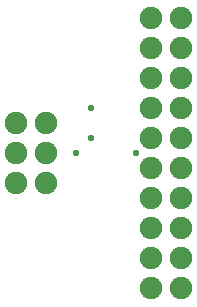
<source format=gts>
%FSLAX46Y46*%
%MOMM*%
%AMPS11*
1,1,1.900000,0.000000,0.000000*
%
%ADD11PS11*%
%AMPS10*
1,1,1.900000,0.000000,0.000000*
%
%ADD10PS10*%
%AMPS12*
1,1,0.550000,0.000000,0.000000*
%
%ADD12PS12*%
G01*
%LPD*%
G01*
%LPD*%
G75*
D10*
X12700000Y11430000D03*
D10*
X12700000Y3810000D03*
D10*
X10160000Y3810000D03*
D10*
X10160000Y6350000D03*
D10*
X12700000Y-3810000D03*
D10*
X12700000Y-8890000D03*
D10*
X12700000Y6350000D03*
D10*
X12700000Y-1270000D03*
D10*
X10160000Y-8890000D03*
D10*
X10160000Y-1270000D03*
D10*
X10160000Y11430000D03*
D10*
X12700000Y1270000D03*
D10*
X10160000Y1270000D03*
D10*
X12700000Y-6350000D03*
D10*
X10160000Y-11430000D03*
D10*
X12700000Y8890000D03*
D10*
X10160000Y-6350000D03*
D10*
X12700000Y-11430000D03*
D10*
X10160000Y8890000D03*
D10*
X10160000Y-3810000D03*
D11*
X1270000Y0D03*
D11*
X-1270000Y2540000D03*
D11*
X1270000Y2540000D03*
D11*
X-1270000Y-2540000D03*
D11*
X-1270000Y0D03*
D11*
X1270000Y-2540000D03*
D12*
X3810000Y0D03*
D12*
X5080000Y3810000D03*
D12*
X5080000Y1270000D03*
D12*
X8890000Y0D03*
M02*

</source>
